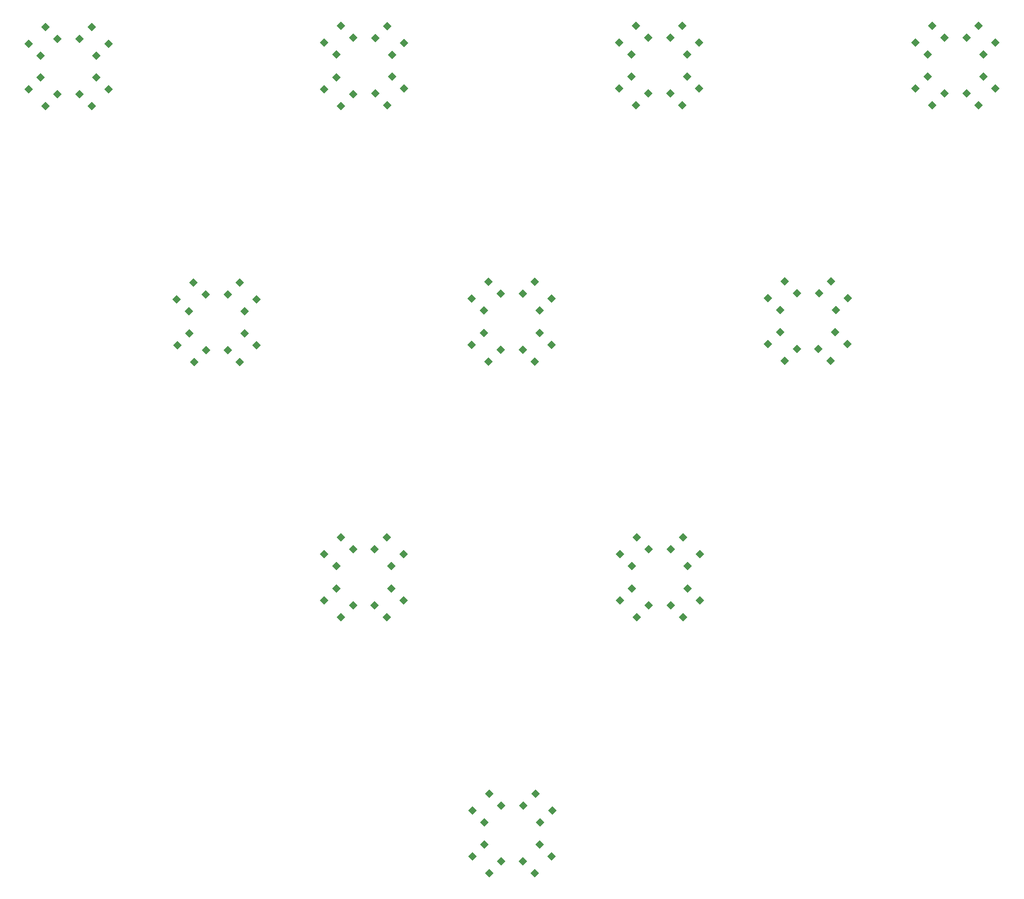
<source format=gtp>
%FSLAX25Y25*%
%MOIN*%
G70*
G01*
G75*
G04 Layer_Color=8421504*
%ADD10P,0.08352X4X90.0*%
%ADD11P,0.08352X4X180.0*%
%ADD12C,0.05000*%
%ADD13C,0.02500*%
%ADD14C,0.16500*%
%ADD15C,0.04000*%
%ADD16C,0.12500*%
%ADD17R,0.05000X0.08000*%
%ADD18R,0.08000X0.05000*%
G04:AMPARAMS|DCode=19|XSize=122.05mil|YSize=177.16mil|CornerRadius=0mil|HoleSize=0mil|Usage=FLASHONLY|Rotation=210.000|XOffset=0mil|YOffset=0mil|HoleType=Round|Shape=Rectangle|*
%AMROTATEDRECTD19*
4,1,4,0.00856,0.10723,0.09714,-0.04620,-0.00856,-0.10723,-0.09714,0.04620,0.00856,0.10723,0.0*
%
%ADD19ROTATEDRECTD19*%

G04:AMPARAMS|DCode=20|XSize=122.05mil|YSize=177.16mil|CornerRadius=0mil|HoleSize=0mil|Usage=FLASHONLY|Rotation=150.000|XOffset=0mil|YOffset=0mil|HoleType=Round|Shape=Rectangle|*
%AMROTATEDRECTD20*
4,1,4,0.09714,0.04620,0.00856,-0.10723,-0.09714,-0.04620,-0.00856,0.10723,0.09714,0.04620,0.0*
%
%ADD20ROTATEDRECTD20*%

%ADD21R,0.17716X0.12205*%
%ADD22C,0.01000*%
%ADD23C,0.01200*%
%ADD24C,0.01500*%
%ADD25P,0.06937X4X90.0*%
%ADD26P,0.06937X4X180.0*%
D25*
X897051Y834808D02*
D03*
X887308Y844551D02*
D03*
X910692Y848449D02*
D03*
X900949Y858192D02*
D03*
X942449Y816692D02*
D03*
X952192Y806949D02*
D03*
X928808Y803051D02*
D03*
X938551Y793308D02*
D03*
X1303449Y1025192D02*
D03*
X1313192Y1015449D02*
D03*
X1289808Y1011551D02*
D03*
X1299551Y1001808D02*
D03*
X1258051Y1043308D02*
D03*
X1248308Y1053051D02*
D03*
X1271692Y1056949D02*
D03*
X1261949Y1066692D02*
D03*
X1182949Y817192D02*
D03*
X1192692Y807449D02*
D03*
X1169308Y803551D02*
D03*
X1179051Y793808D02*
D03*
X1138051Y835308D02*
D03*
X1128308Y845051D02*
D03*
X1151692Y848949D02*
D03*
X1141949Y858692D02*
D03*
X1062449Y1025192D02*
D03*
X1072192Y1015449D02*
D03*
X1048808Y1011551D02*
D03*
X1058551Y1001808D02*
D03*
X1017051Y1043308D02*
D03*
X1007308Y1053051D02*
D03*
X1030692Y1056949D02*
D03*
X1020949Y1066692D02*
D03*
X698551Y792808D02*
D03*
X688808Y802551D02*
D03*
X712192Y806449D02*
D03*
X702449Y816192D02*
D03*
X660949Y857692D02*
D03*
X670692Y847949D02*
D03*
X647308Y844051D02*
D03*
X657051Y834308D02*
D03*
X938551Y376808D02*
D03*
X928808Y386551D02*
D03*
X952192Y390449D02*
D03*
X942449Y400192D02*
D03*
X911192Y431949D02*
D03*
X887808Y428051D02*
D03*
X897551Y418308D02*
D03*
X540449Y1065692D02*
D03*
X550192Y1055949D02*
D03*
X526808Y1052051D02*
D03*
X536551Y1042308D02*
D03*
X578051Y1001308D02*
D03*
X568308Y1011051D02*
D03*
X591692Y1014949D02*
D03*
X581949Y1024692D02*
D03*
X818051Y585308D02*
D03*
X808308Y595051D02*
D03*
X831692Y598949D02*
D03*
X780949Y650192D02*
D03*
X790692Y640449D02*
D03*
X767308Y636551D02*
D03*
X777051Y626808D02*
D03*
X780949Y1066692D02*
D03*
X790692Y1056949D02*
D03*
X767308Y1053051D02*
D03*
X777051Y1043308D02*
D03*
X818551Y1001808D02*
D03*
X808808Y1011551D02*
D03*
X832192Y1015449D02*
D03*
X822449Y1025192D02*
D03*
X1021449Y650192D02*
D03*
X1031192Y640449D02*
D03*
X1007808Y636551D02*
D03*
X1017551Y626808D02*
D03*
X1059051Y585308D02*
D03*
X1049308Y595051D02*
D03*
X1072692Y598949D02*
D03*
X1062949Y608692D02*
D03*
X821949D02*
D03*
X901449Y441692D02*
D03*
D26*
X910692Y803051D02*
D03*
X900949Y793308D02*
D03*
X897051Y816692D02*
D03*
X887308Y806949D02*
D03*
X928808Y848449D02*
D03*
X938551Y858192D02*
D03*
X942449Y834808D02*
D03*
X952192Y844551D02*
D03*
X1271692Y1011551D02*
D03*
X1261949Y1001808D02*
D03*
X1258051Y1025192D02*
D03*
X1248308Y1015449D02*
D03*
X1289808Y1056949D02*
D03*
X1299551Y1066692D02*
D03*
X1303449Y1043308D02*
D03*
X1313192Y1053051D02*
D03*
X1169808Y848949D02*
D03*
X1179551Y858692D02*
D03*
X1183449Y835308D02*
D03*
X1193192Y845051D02*
D03*
X1048808Y1056949D02*
D03*
X1058551Y1066692D02*
D03*
X1062449Y1043308D02*
D03*
X1072192Y1053051D02*
D03*
X1030692Y1011551D02*
D03*
X1020949Y1001808D02*
D03*
X1017051Y1025192D02*
D03*
X1007308Y1015449D02*
D03*
X647808Y806449D02*
D03*
X657551Y816192D02*
D03*
X661449Y792808D02*
D03*
X671192Y802551D02*
D03*
X712192Y844051D02*
D03*
X702449Y834308D02*
D03*
X698551Y857692D02*
D03*
X688808Y847949D02*
D03*
X952692Y428051D02*
D03*
X942949Y418308D02*
D03*
X939051Y441692D02*
D03*
X929308Y431949D02*
D03*
X887808Y390449D02*
D03*
X897551Y400192D02*
D03*
X901449Y376808D02*
D03*
X911192Y386551D02*
D03*
X526808Y1014949D02*
D03*
X536551Y1024692D02*
D03*
X540449Y1001308D02*
D03*
X550192Y1011051D02*
D03*
X591692Y1052051D02*
D03*
X581949Y1042308D02*
D03*
X578051Y1065692D02*
D03*
X568308Y1055949D02*
D03*
X767308Y598949D02*
D03*
X777051Y608692D02*
D03*
X780949Y585308D02*
D03*
X790692Y595051D02*
D03*
X831692Y636551D02*
D03*
X821949Y626808D02*
D03*
X818051Y650192D02*
D03*
X808308Y640449D02*
D03*
X767308Y1014949D02*
D03*
X777051Y1024692D02*
D03*
X780949Y1001308D02*
D03*
X790692Y1011051D02*
D03*
X832192Y1052551D02*
D03*
X822449Y1042808D02*
D03*
X818551Y1066192D02*
D03*
X808808Y1056449D02*
D03*
X1007808Y598949D02*
D03*
X1017551Y608692D02*
D03*
X1021449Y585308D02*
D03*
X1031192Y595051D02*
D03*
X1072692Y636551D02*
D03*
X1062949Y626808D02*
D03*
X1059051Y650192D02*
D03*
X1049308Y640449D02*
D03*
X1128308Y807449D02*
D03*
X1138051Y817192D02*
D03*
X1141949Y793808D02*
D03*
X1151692Y803551D02*
D03*
M02*

</source>
